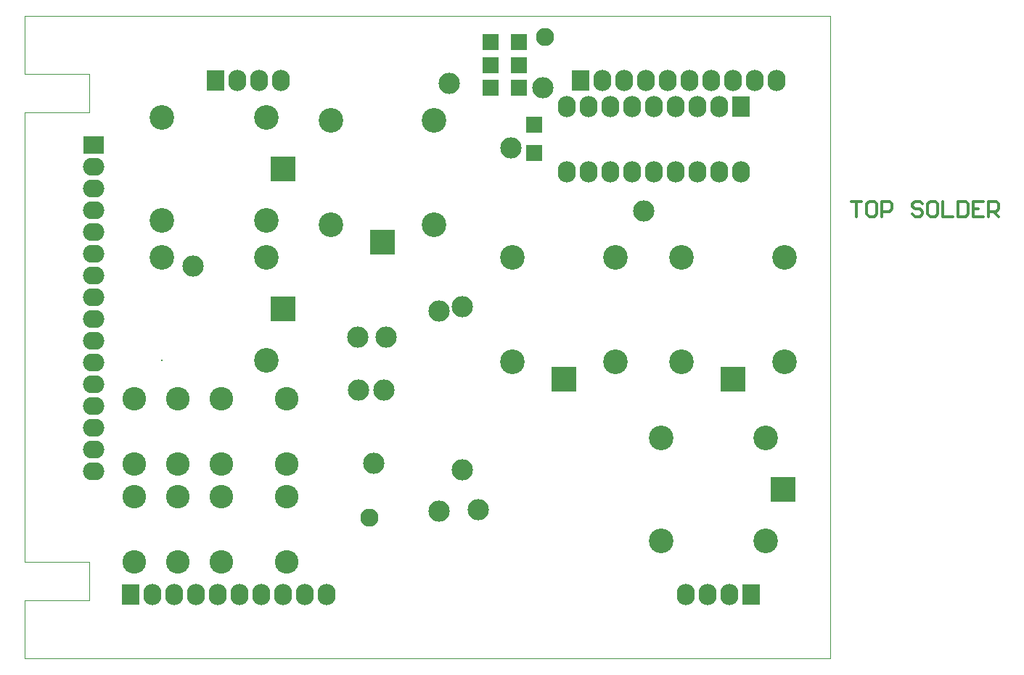
<source format=gts>
%FSLAX25Y25*%
%MOIN*%
G70*
G01*
G75*
G04 Layer_Color=8388736*
%ADD10C,0.03200*%
%ADD11C,0.02400*%
%ADD12R,0.06693X0.06693*%
%ADD13R,0.06693X0.06693*%
%ADD14C,0.00400*%
%ADD15C,0.01200*%
%ADD16R,0.07500X0.09000*%
%ADD17O,0.07500X0.09000*%
%ADD18O,0.07500X0.09000*%
%ADD19R,0.07500X0.09000*%
%ADD20O,0.09000X0.07500*%
%ADD21R,0.09000X0.07500*%
%ADD22R,0.10500X0.10500*%
%ADD23C,0.10500*%
%ADD24R,0.10500X0.10500*%
%ADD25C,0.10000*%
%ADD26C,0.09000*%
%ADD27C,0.07500*%
%ADD28C,0.06000*%
%ADD29C,0.04000*%
%ADD30R,0.06693X0.05118*%
%ADD31R,0.05118X0.06693*%
%ADD32C,0.01400*%
%ADD33C,0.00600*%
%ADD34C,0.00800*%
%ADD35C,0.00787*%
%ADD36C,0.01600*%
%ADD37C,0.01000*%
%ADD38R,0.07493X0.07493*%
%ADD39R,0.07493X0.07493*%
%ADD40R,0.08300X0.09800*%
%ADD41O,0.08300X0.09800*%
%ADD42O,0.08300X0.09800*%
%ADD43R,0.08300X0.09800*%
%ADD44O,0.09800X0.08300*%
%ADD45R,0.09800X0.08300*%
%ADD46R,0.11300X0.11300*%
%ADD47C,0.11300*%
%ADD48C,0.00800*%
%ADD49R,0.11300X0.11300*%
%ADD50C,0.10800*%
%ADD51C,0.09800*%
%ADD52C,0.08300*%
D14*
X393701Y420276D02*
X423228D01*
Y437992D01*
X393701D02*
X423228D01*
X393701D02*
Y644685D01*
X423228D01*
Y662402D01*
X393701D02*
X423228D01*
X393701D02*
Y688976D01*
X763779D01*
Y393701D02*
Y688976D01*
X763779Y393701D02*
X763779Y393701D01*
X393701Y393701D02*
X763779D01*
X393701Y393701D02*
X393701Y393701D01*
X393701Y393701D02*
Y420276D01*
D15*
X773404Y603831D02*
X778069D01*
X775737D01*
Y596833D01*
X783901Y603831D02*
X781568D01*
X780402Y602665D01*
Y597999D01*
X781568Y596833D01*
X783901D01*
X785067Y597999D01*
Y602665D01*
X783901Y603831D01*
X787399Y596833D02*
Y603831D01*
X790898D01*
X792065Y602665D01*
Y600332D01*
X790898Y599166D01*
X787399D01*
X806060Y602665D02*
X804894Y603831D01*
X802561D01*
X801395Y602665D01*
Y601498D01*
X802561Y600332D01*
X804894D01*
X806060Y599166D01*
Y597999D01*
X804894Y596833D01*
X802561D01*
X801395Y597999D01*
X811891Y603831D02*
X809559D01*
X808393Y602665D01*
Y597999D01*
X809559Y596833D01*
X811891D01*
X813058Y597999D01*
Y602665D01*
X811891Y603831D01*
X815390D02*
Y596833D01*
X820055D01*
X822388Y603831D02*
Y596833D01*
X825887D01*
X827053Y597999D01*
Y602665D01*
X825887Y603831D01*
X822388D01*
X834051D02*
X829386D01*
Y596833D01*
X834051D01*
X829386Y600332D02*
X831718D01*
X836384Y596833D02*
Y603831D01*
X839882D01*
X841049Y602665D01*
Y600332D01*
X839882Y599166D01*
X836384D01*
X838716D02*
X841049Y596833D01*
D38*
X607504Y677000D02*
D03*
X620496D02*
D03*
Y666500D02*
D03*
X607504D02*
D03*
X620496Y656000D02*
D03*
X607504D02*
D03*
D39*
X627500Y638996D02*
D03*
Y626004D02*
D03*
D40*
X722500Y647500D02*
D03*
D41*
X712500D02*
D03*
X702500D02*
D03*
X692500D02*
D03*
X682500D02*
D03*
X672500D02*
D03*
X662500D02*
D03*
X652500D02*
D03*
X642500D02*
D03*
X722500Y617500D02*
D03*
X712500D02*
D03*
X702500D02*
D03*
X692500D02*
D03*
X682500D02*
D03*
X672500D02*
D03*
X662500D02*
D03*
X652500D02*
D03*
X642500D02*
D03*
D42*
X511339Y659449D02*
D03*
X501339D02*
D03*
X491339D02*
D03*
X697323Y423228D02*
D03*
X707323D02*
D03*
X717323D02*
D03*
X658976Y659449D02*
D03*
X678976D02*
D03*
X688976D02*
D03*
X698976D02*
D03*
X708976D02*
D03*
X718976D02*
D03*
X728976D02*
D03*
X738976D02*
D03*
X668976D02*
D03*
X452205Y423228D02*
D03*
X472205D02*
D03*
X482205D02*
D03*
X492205D02*
D03*
X502205D02*
D03*
X512205D02*
D03*
X522205D02*
D03*
X532205D02*
D03*
X462205D02*
D03*
D43*
X481339Y659449D02*
D03*
X727323Y423228D02*
D03*
X648976Y659449D02*
D03*
X442205Y423228D02*
D03*
D44*
X425197Y479921D02*
D03*
Y489921D02*
D03*
Y499921D02*
D03*
Y509921D02*
D03*
Y519921D02*
D03*
Y529921D02*
D03*
Y539921D02*
D03*
Y549921D02*
D03*
Y559921D02*
D03*
Y569921D02*
D03*
Y579921D02*
D03*
Y589921D02*
D03*
Y599921D02*
D03*
Y609921D02*
D03*
Y619921D02*
D03*
D45*
Y629921D02*
D03*
D46*
X741874Y471378D02*
D03*
X512374Y618878D02*
D03*
Y554378D02*
D03*
D47*
X734000Y495000D02*
D03*
Y447756D02*
D03*
X685968D02*
D03*
Y495000D02*
D03*
X456468Y642500D02*
D03*
Y595256D02*
D03*
X504500D02*
D03*
Y642500D02*
D03*
X456468Y578000D02*
D03*
X504500Y530756D02*
D03*
Y578000D02*
D03*
X742500Y578031D02*
D03*
X695256D02*
D03*
Y530000D02*
D03*
X742500D02*
D03*
X581500Y593000D02*
D03*
X534256D02*
D03*
Y641032D02*
D03*
X581500D02*
D03*
X665000Y578031D02*
D03*
X617756D02*
D03*
Y530000D02*
D03*
X665000D02*
D03*
D48*
X456468Y530756D02*
D03*
D49*
X718878Y522126D02*
D03*
X557878Y585126D02*
D03*
X641378Y522126D02*
D03*
D50*
X444000Y468000D02*
D03*
Y438000D02*
D03*
X464000D02*
D03*
Y468000D02*
D03*
X484000D02*
D03*
Y438000D02*
D03*
X514000Y468000D02*
D03*
Y438000D02*
D03*
X444000Y513000D02*
D03*
Y483000D02*
D03*
X464000D02*
D03*
Y513000D02*
D03*
X484000D02*
D03*
Y483000D02*
D03*
X514000Y513000D02*
D03*
Y483000D02*
D03*
D51*
X554000Y483500D02*
D03*
X559500Y541500D02*
D03*
X558500Y517000D02*
D03*
X471000Y574000D02*
D03*
X602000Y462000D02*
D03*
X584000Y461500D02*
D03*
Y553500D02*
D03*
X617000Y628500D02*
D03*
X588500Y658000D02*
D03*
X678000Y599500D02*
D03*
X594500Y555500D02*
D03*
X547000Y517000D02*
D03*
X546500Y541500D02*
D03*
X594500Y480500D02*
D03*
X631500Y656000D02*
D03*
D52*
X551996Y458496D02*
D03*
X632500Y679500D02*
D03*
M02*

</source>
